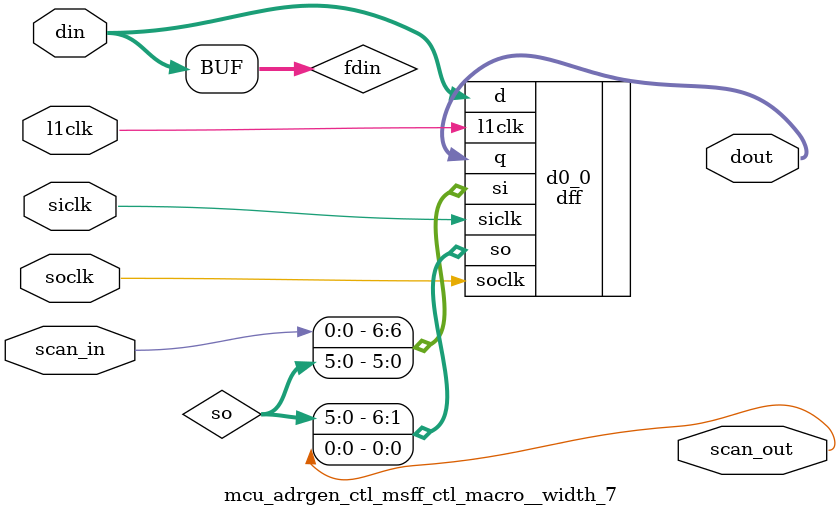
<source format=v>
module mcu_adrgen_ctl (
  adrgen_rank, 
  adrgen_dimm, 
  adrgen_bank, 
  adrgen_row_addr, 
  adrgen_col_addr, 
  adrgen_addr_err, 
  adrgen_addr_parity, 
  addr_39to9, 
  addr_6to5, 
  stacked_dimm, 
  addr_bank_low_sel, 
  mem_type, 
  sngl_chnl_mode, 
  num_dimms, 
  l1clk, 
  scan_in, 
  scan_out, 
  tcu_aclk, 
  tcu_bclk, 
  tcu_scan_en);
wire siclk;
wire soclk;
wire se;
wire [39:10] addr_39to9_shft;
wire [6:5] addr_6to5_shft;
wire adrgen_mem_type3;
wire adrgen_mem_type0;
wire [10:0] adrgen_lo_col;
wire [10:0] adrgen_hi_col;
wire adrgen_eight_banks;
wire adrgen_lo_rank;
wire adrgen_hi_rank;
wire [2:0] adrgen_lo_dimm;
wire [2:0] adrgen_hi_dimm;
wire adrgen_mem_type0_in;
wire adrgen_mem_type1_in;
wire adrgen_mem_type2_in;
wire adrgen_mem_type3_in;
wire ff_mem_type_scanin;
wire ff_mem_type_scanout;
wire adrgen_mem_type2;
wire adrgen_mem_type1;
wire adrgen_num_dimms_eq_8_in;
wire adrgen_num_dimms_eq_7_in;
wire adrgen_num_dimms_eq_6_in;
wire adrgen_num_dimms_eq_5_in;
wire adrgen_num_dimms_eq_4_in;
wire adrgen_num_dimms_eq_3_in;
wire adrgen_num_dimms_eq_2_in;
wire adrgen_num_dimms_eq_1_in;
wire ff_num_dimms_scanin;
wire ff_num_dimms_scanout;
wire adrgen_num_dimms_eq_8;
wire adrgen_num_dimms_eq_7;
wire adrgen_num_dimms_eq_6;
wire adrgen_num_dimms_eq_5;
wire adrgen_num_dimms_eq_4;
wire adrgen_num_dimms_eq_3;
wire adrgen_num_dimms_eq_2;
wire adrgen_num_dimms_eq_1;
wire [8:0] upper_rank_mask;
wire [8:0] lower_rank_mask;
wire [2:0] num_lo_addr_bits;
wire [8:0] lower_rank_mask_in;
wire ff_rank_mask_scanin;
wire ff_rank_mask_scanout;
wire [7:0] error_mask;
wire ff_error_mask_scanin;
wire ff_error_mask_scanout;
wire [6:0] error_mask_in;
wire [2:0] error_bits;
wire [2:0] error_address;
wire [2:0] error_rank;
wire [2:0] error_dimm;


output        	adrgen_rank;
output [2:0]  	adrgen_dimm;
output [2:0]  	adrgen_bank;
output [14:0] 	adrgen_row_addr;
output [10:0] 	adrgen_col_addr;
output 		adrgen_addr_err;
output		adrgen_addr_parity;
   
input [39:9]  	addr_39to9;
input [6:5]	addr_6to5;

input 	 	stacked_dimm;
input 	 	addr_bank_low_sel; 	 
input [1:0] 	mem_type;
input		sngl_chnl_mode;
input [2:0] 	num_dimms;

input		l1clk;
input 		scan_in;
output		scan_out;
input 		tcu_aclk;
input		tcu_bclk;
input		tcu_scan_en;

// Scan reassigns
assign siclk = tcu_aclk;
assign soclk = tcu_bclk;
assign se = tcu_scan_en;

assign addr_39to9_shft[39:10] = sngl_chnl_mode ? {addr_39to9[38:10],addr_6to5[5]} : addr_39to9[39:10];
assign addr_6to5_shft[6:5] = sngl_chnl_mode ? 2'h0 : addr_6to5[6:5];

assign adrgen_addr_parity = (^addr_39to9[39:9]) ^ addr_6to5[6];
assign adrgen_row_addr[14:0] = {adrgen_mem_type3 & addr_39to9_shft[33],
				~adrgen_mem_type0 & addr_39to9_shft[32], 
				addr_39to9_shft[31:19]};
assign adrgen_col_addr[10:0] = addr_bank_low_sel ? adrgen_lo_col[10:0] : adrgen_hi_col[10:0];
assign adrgen_bank[2:0] = {adrgen_eight_banks & addr_39to9[10], addr_39to9[9], addr_6to5[6]};
assign adrgen_rank = addr_bank_low_sel ? adrgen_lo_rank : adrgen_hi_rank;
assign adrgen_dimm[2:0] = addr_bank_low_sel ? adrgen_lo_dimm[2:0] : adrgen_hi_dimm[2:0];

// mem_type0 - 4 banks, 13 address bits
// mem_type1 - 4 banks, 14 address bits
// mem_type2 - 8 banks, 14 address bits
// mem_type3 - 8 banks, 15 address bits
assign adrgen_eight_banks = mem_type[1];

assign adrgen_mem_type0_in = ~mem_type[1] & ~mem_type[0];
assign adrgen_mem_type1_in = ~mem_type[1] &  mem_type[0];
assign adrgen_mem_type2_in =  mem_type[1] & ~mem_type[0];
assign adrgen_mem_type3_in =  mem_type[1] &  mem_type[0];

mcu_adrgen_ctl_msff_ctl_macro__width_4 ff_mem_type  (
	.scan_in(ff_mem_type_scanin),
	.scan_out(ff_mem_type_scanout),
	.din({adrgen_mem_type3_in,adrgen_mem_type2_in,adrgen_mem_type1_in,adrgen_mem_type0_in}),
	.dout({adrgen_mem_type3,adrgen_mem_type2,adrgen_mem_type1,adrgen_mem_type0}),
	.l1clk(l1clk),
  .siclk(siclk),
  .soclk(soclk));

assign adrgen_num_dimms_eq_8_in = num_dimms[2:0] == 3'h0;
assign adrgen_num_dimms_eq_7_in = num_dimms[2:0] == 3'h7;
assign adrgen_num_dimms_eq_6_in = num_dimms[2:0] == 3'h6;
assign adrgen_num_dimms_eq_5_in = num_dimms[2:0] == 3'h5;
assign adrgen_num_dimms_eq_4_in = num_dimms[2:0] == 3'h4;
assign adrgen_num_dimms_eq_3_in = num_dimms[2:0] == 3'h3;
assign adrgen_num_dimms_eq_2_in = num_dimms[2:0] == 3'h2;
assign adrgen_num_dimms_eq_1_in = num_dimms[2:0] == 3'h1;

mcu_adrgen_ctl_msff_ctl_macro__width_8 ff_num_dimms  (
	.scan_in(ff_num_dimms_scanin),
	.scan_out(ff_num_dimms_scanout),
	.din ({adrgen_num_dimms_eq_8_in,adrgen_num_dimms_eq_7_in,adrgen_num_dimms_eq_6_in,adrgen_num_dimms_eq_5_in,
	       adrgen_num_dimms_eq_4_in,adrgen_num_dimms_eq_3_in,adrgen_num_dimms_eq_2_in,adrgen_num_dimms_eq_1_in}),
	.dout({adrgen_num_dimms_eq_8,   adrgen_num_dimms_eq_7,   adrgen_num_dimms_eq_6,   adrgen_num_dimms_eq_5,
	       adrgen_num_dimms_eq_4,   adrgen_num_dimms_eq_3,   adrgen_num_dimms_eq_2,   adrgen_num_dimms_eq_1}),
	.l1clk(l1clk),
  .siclk(siclk),
  .soclk(soclk));

// HIGH ADDR SEL
// COL
assign adrgen_hi_col[0] = 1'b0;
assign adrgen_hi_col[1] = addr_6to5_shft[5];
assign adrgen_hi_col[2] = adrgen_mem_type2 & ~sngl_chnl_mode ? addr_39to9_shft[33] : 
			  adrgen_mem_type3 & ~sngl_chnl_mode ? addr_39to9_shft[34] : addr_39to9_shft[10];
assign adrgen_hi_col[3] = sngl_chnl_mode & adrgen_mem_type2 ? addr_39to9_shft[33] : 
			  sngl_chnl_mode & adrgen_mem_type3 ? addr_39to9_shft[34] : addr_39to9_shft[11];
assign adrgen_hi_col[10:4] = addr_39to9_shft[18:12];

// DIMM
assign adrgen_hi_dimm[2] = adrgen_num_dimms_eq_8 | adrgen_num_dimms_eq_7 | adrgen_num_dimms_eq_6 | adrgen_num_dimms_eq_5 ?  
				(adrgen_mem_type0 ? addr_39to9_shft[34] : 
	 			 adrgen_mem_type1 ? addr_39to9_shft[35] :
				 adrgen_mem_type2 ? addr_39to9_shft[36] : addr_39to9_shft[37]) : 1'b0;

assign adrgen_hi_dimm[1] = ~adrgen_num_dimms_eq_1 & ~adrgen_num_dimms_eq_2 & adrgen_mem_type0 ? addr_39to9_shft[33] :
	  ~adrgen_num_dimms_eq_1 & ~adrgen_num_dimms_eq_2 & adrgen_mem_type1 ? addr_39to9_shft[34] :
	  ~adrgen_num_dimms_eq_1 & ~adrgen_num_dimms_eq_2 & adrgen_mem_type2 ? addr_39to9_shft[35] :
	  ~adrgen_num_dimms_eq_1 & ~adrgen_num_dimms_eq_2 & adrgen_mem_type3 ? addr_39to9_shft[36] : 1'b0;

assign adrgen_hi_dimm[0] = ~adrgen_num_dimms_eq_1 & adrgen_mem_type0 ? addr_39to9_shft[32] :
	  ~adrgen_num_dimms_eq_1 & adrgen_mem_type1 ? addr_39to9_shft[33] :
	  ~adrgen_num_dimms_eq_1 & adrgen_mem_type2 ? addr_39to9_shft[34] :
	  ~adrgen_num_dimms_eq_1 & adrgen_mem_type3 ? addr_39to9_shft[35] : 1'b0;
// RANK
assign adrgen_hi_rank = stacked_dimm & adrgen_num_dimms_eq_1 & adrgen_mem_type0 ? addr_39to9_shft[32] :	  
	  stacked_dimm & adrgen_num_dimms_eq_1 & adrgen_mem_type1 |
	  stacked_dimm & (adrgen_num_dimms_eq_2 | adrgen_num_dimms_eq_3) & adrgen_mem_type0 ? addr_39to9_shft[33] :	  
	  stacked_dimm & adrgen_num_dimms_eq_1 & adrgen_mem_type2 |
	  stacked_dimm & (adrgen_num_dimms_eq_2 | adrgen_num_dimms_eq_3) & adrgen_mem_type1 |
	  stacked_dimm & num_dimms[2] & adrgen_mem_type0 ? addr_39to9_shft[34] :	  
	  stacked_dimm & adrgen_num_dimms_eq_1 & adrgen_mem_type3 |
	  stacked_dimm & (adrgen_num_dimms_eq_2 | adrgen_num_dimms_eq_3) & adrgen_mem_type2 |
	  stacked_dimm & num_dimms[2] & adrgen_mem_type1 |
	  stacked_dimm & adrgen_num_dimms_eq_8 & adrgen_mem_type0 ? addr_39to9_shft[35] :	  
	  stacked_dimm & (adrgen_num_dimms_eq_2 | adrgen_num_dimms_eq_3) & adrgen_mem_type3 |
	  stacked_dimm & num_dimms[2] & adrgen_mem_type2 |
	  stacked_dimm & adrgen_num_dimms_eq_8 & adrgen_mem_type1 ? addr_39to9_shft[36] :	  
	  stacked_dimm & num_dimms[2] & adrgen_mem_type3 |
	  stacked_dimm & adrgen_num_dimms_eq_8 & adrgen_mem_type2 ? addr_39to9_shft[37] :	  
	  stacked_dimm & adrgen_num_dimms_eq_8 & adrgen_mem_type3 ? addr_39to9_shft[38] : 1'b0;

// LOW ADDR SEL
// COL
assign adrgen_lo_col[0] = 1'b0;
assign adrgen_lo_col[1] = addr_6to5_shft[5];
assign adrgen_lo_col[10:2] = sngl_chnl_mode ? 
				{addr_39to9_shft[18:11] & upper_rank_mask[8:1] | lower_rank_mask[8:1] & 
					({8{adrgen_mem_type0}} & addr_39to9_shft[39:32] |
				 	{8{adrgen_mem_type1 | adrgen_mem_type2}} & {1'b0,addr_39to9_shft[39:33]} |
				 	{8{adrgen_mem_type3}} & {2'b0,addr_39to9_shft[39:34]}), addr_39to9_shft[10]} :
				addr_39to9_shft[18:10] & upper_rank_mask[8:0] | lower_rank_mask[8:0] & 
					({9{adrgen_mem_type0}} & {1'b0,addr_39to9_shft[39:32]} |
				 	{9{adrgen_mem_type1 | adrgen_mem_type2}} & {2'b0,addr_39to9_shft[39:33]} |
				 	{9{adrgen_mem_type3}} & {3'b0,addr_39to9_shft[39:34]});

assign upper_rank_mask[8:0] = ~lower_rank_mask[8:0];

assign num_lo_addr_bits[2:0] = 
	{1'b0, adrgen_num_dimms_eq_8 | adrgen_num_dimms_eq_4, adrgen_num_dimms_eq_8 | adrgen_num_dimms_eq_2} + 
	{2'h0,stacked_dimm} + {2'h0,adrgen_eight_banks} + {2'h0,sngl_chnl_mode};

assign lower_rank_mask_in[8:0] = {9{num_lo_addr_bits[2:0] == 3'h6}} & 9'h03f |
				 {9{num_lo_addr_bits[2:0] == 3'h5}} & 9'h01f |
				 {9{num_lo_addr_bits[2:0] == 3'h4}} & 9'h00f |
				 {9{num_lo_addr_bits[2:0] == 3'h3}} & 9'h007 |
				 {9{num_lo_addr_bits[2:0] == 3'h2}} & 9'h003 |
				 {9{num_lo_addr_bits[2:0] == 3'h1}} & 9'h001;

mcu_adrgen_ctl_msff_ctl_macro__width_9 ff_rank_mask  (
	.scan_in(ff_rank_mask_scanin),
	.scan_out(ff_rank_mask_scanout),
	.din(lower_rank_mask_in[8:0]),
	.dout(lower_rank_mask[8:0]),
	.l1clk(l1clk),
  .siclk(siclk),
  .soclk(soclk));

// DIMM
assign adrgen_lo_dimm[2] = adrgen_num_dimms_eq_8 ? 
				(~adrgen_eight_banks & addr_39to9[12] | adrgen_eight_banks & addr_39to9[13]) : 
	  adrgen_num_dimms_eq_6 & ~stacked_dimm & adrgen_mem_type0 ? addr_39to9[34] :
	  adrgen_num_dimms_eq_6 &  stacked_dimm & adrgen_mem_type0 |
	  adrgen_num_dimms_eq_6 & ~stacked_dimm & adrgen_mem_type1 ? addr_39to9[35] :
	  adrgen_num_dimms_eq_6 &  stacked_dimm & adrgen_mem_type1 |
	  adrgen_num_dimms_eq_6 & ~stacked_dimm & adrgen_mem_type2 ? addr_39to9[36] :
	  adrgen_num_dimms_eq_6 &  stacked_dimm & adrgen_mem_type2 |
	  adrgen_num_dimms_eq_6 & ~stacked_dimm & adrgen_mem_type3 ? addr_39to9[37] :
	  adrgen_num_dimms_eq_6 &  stacked_dimm & adrgen_mem_type3 ? addr_39to9[38] : 1'b0;

assign adrgen_lo_dimm[1] = adrgen_num_dimms_eq_4 | adrgen_num_dimms_eq_8 ? 
				(~adrgen_eight_banks & addr_39to9[11] | adrgen_eight_banks & addr_39to9[12]) : 
	  adrgen_num_dimms_eq_6 & ~stacked_dimm & adrgen_mem_type0 ? addr_39to9[33] :
	  adrgen_num_dimms_eq_6 &  stacked_dimm & adrgen_mem_type0 |
	  adrgen_num_dimms_eq_6 & ~stacked_dimm & adrgen_mem_type1 ? addr_39to9[34] :
	  adrgen_num_dimms_eq_6 &  stacked_dimm & adrgen_mem_type1 |
	  adrgen_num_dimms_eq_6 & ~stacked_dimm & adrgen_mem_type2 ? addr_39to9[35] :
	  adrgen_num_dimms_eq_6 &  stacked_dimm & adrgen_mem_type2 |
	  adrgen_num_dimms_eq_6 & ~stacked_dimm & adrgen_mem_type3 ? addr_39to9[36] :
	  adrgen_num_dimms_eq_6 &  stacked_dimm & adrgen_mem_type3 ? addr_39to9[37] : 1'b0;

assign adrgen_lo_dimm[0] = ~adrgen_num_dimms_eq_1 & (~adrgen_eight_banks & addr_39to9[10] | 
							adrgen_eight_banks & addr_39to9[11]);

// RANK
assign adrgen_lo_rank = stacked_dimm &
       (adrgen_num_dimms_eq_1 & (~adrgen_eight_banks & addr_39to9[10] |	adrgen_eight_banks & addr_39to9[11]) |
	adrgen_num_dimms_eq_2 & (~adrgen_eight_banks & addr_39to9[11] |	adrgen_eight_banks & addr_39to9[12]) |
	adrgen_num_dimms_eq_4 & (~adrgen_eight_banks & addr_39to9[12] |	adrgen_eight_banks & addr_39to9[13]) |
	adrgen_num_dimms_eq_6 & (~adrgen_eight_banks & addr_39to9[11] |	adrgen_eight_banks & addr_39to9[12]) |
	adrgen_num_dimms_eq_8 & (~adrgen_eight_banks & addr_39to9[13] |	adrgen_eight_banks & addr_39to9[14]));

assign adrgen_addr_err = |(addr_39to9_shft[39:32] & error_mask[7:0]);

mcu_adrgen_ctl_msff_ctl_macro__width_7 ff_error_mask  (
	.scan_in(ff_error_mask_scanin),
	.scan_out(ff_error_mask_scanout),
	.din(error_mask_in[6:0]),
	.dout(error_mask[6:0]),
	.l1clk(l1clk),
  .siclk(siclk),
  .soclk(soclk));

assign error_mask[7] = 1'b1;
assign error_mask_in[6:0] = {7{error_bits[2:0] == 3'h7}} |
			    {7{error_bits[2:0] == 3'h6}} & 7'h7e |
			    {7{error_bits[2:0] == 3'h5}} & 7'h7c |
			    {7{error_bits[2:0] == 3'h4}} & 7'h78 |
			    {7{error_bits[2:0] == 3'h3}} & 7'h70 |
			    {7{error_bits[2:0] == 3'h2}} & 7'h60 |
			    {7{error_bits[2:0] == 3'h1}} & 7'h40;
assign error_bits[2:0] = error_address[2:0] - error_rank[2:0] - error_dimm[2:0];
assign error_address[2:0] = adrgen_mem_type0 ? 3'h7 : adrgen_mem_type1 ? 3'h6 : adrgen_mem_type2 ? 3'h5 : 3'h4;
assign error_rank[2:0] = stacked_dimm ? 3'h1 : 3'h0;
assign error_dimm[2:0] = adrgen_num_dimms_eq_1 ? 3'h0 :
			 adrgen_num_dimms_eq_2 ? 3'h1 :
			 adrgen_num_dimms_eq_3 | adrgen_num_dimms_eq_4 ? 3'h2 : 3'h3;

// fixscan start:
assign ff_mem_type_scanin        = scan_in                  ;
assign ff_num_dimms_scanin       = ff_mem_type_scanout      ;
assign ff_rank_mask_scanin       = ff_num_dimms_scanout     ;
assign ff_error_mask_scanin      = ff_rank_mask_scanout     ;
assign scan_out                  = ff_error_mask_scanout    ;
// fixscan end:
endmodule // addr_decode






// any PARAMS parms go into naming of macro

module mcu_adrgen_ctl_msff_ctl_macro__width_4 (
  din, 
  l1clk, 
  scan_in, 
  siclk, 
  soclk, 
  dout, 
  scan_out);
wire [3:0] fdin;
wire [2:0] so;

  input [3:0] din;
  input l1clk;
  input scan_in;


  input siclk;
  input soclk;

  output [3:0] dout;
  output scan_out;
assign fdin[3:0] = din[3:0];






dff #(4)  d0_0 (
.l1clk(l1clk),
.siclk(siclk),
.soclk(soclk),
.d(fdin[3:0]),
.si({scan_in,so[2:0]}),
.so({so[2:0],scan_out}),
.q(dout[3:0])
);












endmodule













// any PARAMS parms go into naming of macro

module mcu_adrgen_ctl_msff_ctl_macro__width_8 (
  din, 
  l1clk, 
  scan_in, 
  siclk, 
  soclk, 
  dout, 
  scan_out);
wire [7:0] fdin;
wire [6:0] so;

  input [7:0] din;
  input l1clk;
  input scan_in;


  input siclk;
  input soclk;

  output [7:0] dout;
  output scan_out;
assign fdin[7:0] = din[7:0];






dff #(8)  d0_0 (
.l1clk(l1clk),
.siclk(siclk),
.soclk(soclk),
.d(fdin[7:0]),
.si({scan_in,so[6:0]}),
.so({so[6:0],scan_out}),
.q(dout[7:0])
);












endmodule













// any PARAMS parms go into naming of macro

module mcu_adrgen_ctl_msff_ctl_macro__width_9 (
  din, 
  l1clk, 
  scan_in, 
  siclk, 
  soclk, 
  dout, 
  scan_out);
wire [8:0] fdin;
wire [7:0] so;

  input [8:0] din;
  input l1clk;
  input scan_in;


  input siclk;
  input soclk;

  output [8:0] dout;
  output scan_out;
assign fdin[8:0] = din[8:0];






dff #(9)  d0_0 (
.l1clk(l1clk),
.siclk(siclk),
.soclk(soclk),
.d(fdin[8:0]),
.si({scan_in,so[7:0]}),
.so({so[7:0],scan_out}),
.q(dout[8:0])
);












endmodule













// any PARAMS parms go into naming of macro

module mcu_adrgen_ctl_msff_ctl_macro__width_7 (
  din, 
  l1clk, 
  scan_in, 
  siclk, 
  soclk, 
  dout, 
  scan_out);
wire [6:0] fdin;
wire [5:0] so;

  input [6:0] din;
  input l1clk;
  input scan_in;


  input siclk;
  input soclk;

  output [6:0] dout;
  output scan_out;
assign fdin[6:0] = din[6:0];






dff #(7)  d0_0 (
.l1clk(l1clk),
.siclk(siclk),
.soclk(soclk),
.d(fdin[6:0]),
.si({scan_in,so[5:0]}),
.so({so[5:0],scan_out}),
.q(dout[6:0])
);












endmodule









</source>
